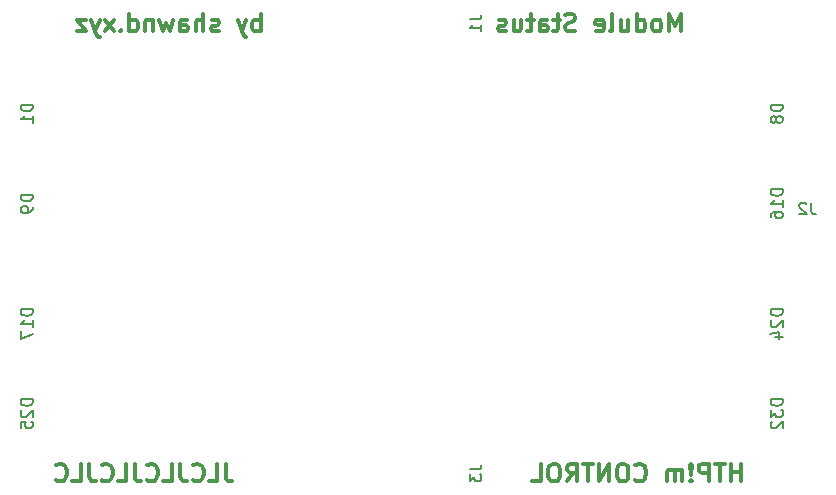
<source format=gbo>
%TF.GenerationSoftware,KiCad,Pcbnew,7.0.8*%
%TF.CreationDate,2023-10-10T01:18:49-07:00*%
%TF.ProjectId,htpm_control_module_status,6874706d-5f63-46f6-9e74-726f6c5f6d6f,1*%
%TF.SameCoordinates,Original*%
%TF.FileFunction,Legend,Bot*%
%TF.FilePolarity,Positive*%
%FSLAX46Y46*%
G04 Gerber Fmt 4.6, Leading zero omitted, Abs format (unit mm)*
G04 Created by KiCad (PCBNEW 7.0.8) date 2023-10-10 01:18:49*
%MOMM*%
%LPD*%
G01*
G04 APERTURE LIST*
%ADD10C,0.300000*%
%ADD11C,0.150000*%
G04 APERTURE END LIST*
D10*
X167085489Y-109898328D02*
X167085489Y-108398328D01*
X167085489Y-109112614D02*
X166228346Y-109112614D01*
X166228346Y-109898328D02*
X166228346Y-108398328D01*
X165728345Y-108398328D02*
X164871203Y-108398328D01*
X165299774Y-109898328D02*
X165299774Y-108398328D01*
X164371203Y-109898328D02*
X164371203Y-108398328D01*
X164371203Y-108398328D02*
X163799774Y-108398328D01*
X163799774Y-108398328D02*
X163656917Y-108469757D01*
X163656917Y-108469757D02*
X163585488Y-108541185D01*
X163585488Y-108541185D02*
X163514060Y-108684042D01*
X163514060Y-108684042D02*
X163514060Y-108898328D01*
X163514060Y-108898328D02*
X163585488Y-109041185D01*
X163585488Y-109041185D02*
X163656917Y-109112614D01*
X163656917Y-109112614D02*
X163799774Y-109184042D01*
X163799774Y-109184042D02*
X164371203Y-109184042D01*
X162871203Y-109755471D02*
X162799774Y-109826900D01*
X162799774Y-109826900D02*
X162871203Y-109898328D01*
X162871203Y-109898328D02*
X162942631Y-109826900D01*
X162942631Y-109826900D02*
X162871203Y-109755471D01*
X162871203Y-109755471D02*
X162871203Y-109898328D01*
X162871203Y-109326900D02*
X162942631Y-108469757D01*
X162942631Y-108469757D02*
X162871203Y-108398328D01*
X162871203Y-108398328D02*
X162799774Y-108469757D01*
X162799774Y-108469757D02*
X162871203Y-109326900D01*
X162871203Y-109326900D02*
X162871203Y-108398328D01*
X162156917Y-109898328D02*
X162156917Y-108898328D01*
X162156917Y-109041185D02*
X162085488Y-108969757D01*
X162085488Y-108969757D02*
X161942631Y-108898328D01*
X161942631Y-108898328D02*
X161728345Y-108898328D01*
X161728345Y-108898328D02*
X161585488Y-108969757D01*
X161585488Y-108969757D02*
X161514060Y-109112614D01*
X161514060Y-109112614D02*
X161514060Y-109898328D01*
X161514060Y-109112614D02*
X161442631Y-108969757D01*
X161442631Y-108969757D02*
X161299774Y-108898328D01*
X161299774Y-108898328D02*
X161085488Y-108898328D01*
X161085488Y-108898328D02*
X160942631Y-108969757D01*
X160942631Y-108969757D02*
X160871202Y-109112614D01*
X160871202Y-109112614D02*
X160871202Y-109898328D01*
X158156917Y-109755471D02*
X158228345Y-109826900D01*
X158228345Y-109826900D02*
X158442631Y-109898328D01*
X158442631Y-109898328D02*
X158585488Y-109898328D01*
X158585488Y-109898328D02*
X158799774Y-109826900D01*
X158799774Y-109826900D02*
X158942631Y-109684042D01*
X158942631Y-109684042D02*
X159014060Y-109541185D01*
X159014060Y-109541185D02*
X159085488Y-109255471D01*
X159085488Y-109255471D02*
X159085488Y-109041185D01*
X159085488Y-109041185D02*
X159014060Y-108755471D01*
X159014060Y-108755471D02*
X158942631Y-108612614D01*
X158942631Y-108612614D02*
X158799774Y-108469757D01*
X158799774Y-108469757D02*
X158585488Y-108398328D01*
X158585488Y-108398328D02*
X158442631Y-108398328D01*
X158442631Y-108398328D02*
X158228345Y-108469757D01*
X158228345Y-108469757D02*
X158156917Y-108541185D01*
X157228345Y-108398328D02*
X156942631Y-108398328D01*
X156942631Y-108398328D02*
X156799774Y-108469757D01*
X156799774Y-108469757D02*
X156656917Y-108612614D01*
X156656917Y-108612614D02*
X156585488Y-108898328D01*
X156585488Y-108898328D02*
X156585488Y-109398328D01*
X156585488Y-109398328D02*
X156656917Y-109684042D01*
X156656917Y-109684042D02*
X156799774Y-109826900D01*
X156799774Y-109826900D02*
X156942631Y-109898328D01*
X156942631Y-109898328D02*
X157228345Y-109898328D01*
X157228345Y-109898328D02*
X157371203Y-109826900D01*
X157371203Y-109826900D02*
X157514060Y-109684042D01*
X157514060Y-109684042D02*
X157585488Y-109398328D01*
X157585488Y-109398328D02*
X157585488Y-108898328D01*
X157585488Y-108898328D02*
X157514060Y-108612614D01*
X157514060Y-108612614D02*
X157371203Y-108469757D01*
X157371203Y-108469757D02*
X157228345Y-108398328D01*
X155942631Y-109898328D02*
X155942631Y-108398328D01*
X155942631Y-108398328D02*
X155085488Y-109898328D01*
X155085488Y-109898328D02*
X155085488Y-108398328D01*
X154585487Y-108398328D02*
X153728345Y-108398328D01*
X154156916Y-109898328D02*
X154156916Y-108398328D01*
X152371202Y-109898328D02*
X152871202Y-109184042D01*
X153228345Y-109898328D02*
X153228345Y-108398328D01*
X153228345Y-108398328D02*
X152656916Y-108398328D01*
X152656916Y-108398328D02*
X152514059Y-108469757D01*
X152514059Y-108469757D02*
X152442630Y-108541185D01*
X152442630Y-108541185D02*
X152371202Y-108684042D01*
X152371202Y-108684042D02*
X152371202Y-108898328D01*
X152371202Y-108898328D02*
X152442630Y-109041185D01*
X152442630Y-109041185D02*
X152514059Y-109112614D01*
X152514059Y-109112614D02*
X152656916Y-109184042D01*
X152656916Y-109184042D02*
X153228345Y-109184042D01*
X151442630Y-108398328D02*
X151156916Y-108398328D01*
X151156916Y-108398328D02*
X151014059Y-108469757D01*
X151014059Y-108469757D02*
X150871202Y-108612614D01*
X150871202Y-108612614D02*
X150799773Y-108898328D01*
X150799773Y-108898328D02*
X150799773Y-109398328D01*
X150799773Y-109398328D02*
X150871202Y-109684042D01*
X150871202Y-109684042D02*
X151014059Y-109826900D01*
X151014059Y-109826900D02*
X151156916Y-109898328D01*
X151156916Y-109898328D02*
X151442630Y-109898328D01*
X151442630Y-109898328D02*
X151585488Y-109826900D01*
X151585488Y-109826900D02*
X151728345Y-109684042D01*
X151728345Y-109684042D02*
X151799773Y-109398328D01*
X151799773Y-109398328D02*
X151799773Y-108898328D01*
X151799773Y-108898328D02*
X151728345Y-108612614D01*
X151728345Y-108612614D02*
X151585488Y-108469757D01*
X151585488Y-108469757D02*
X151442630Y-108398328D01*
X149442630Y-109898328D02*
X150156916Y-109898328D01*
X150156916Y-109898328D02*
X150156916Y-108398328D01*
X126445489Y-71798328D02*
X126445489Y-70298328D01*
X126445489Y-70869757D02*
X126302632Y-70798328D01*
X126302632Y-70798328D02*
X126016917Y-70798328D01*
X126016917Y-70798328D02*
X125874060Y-70869757D01*
X125874060Y-70869757D02*
X125802632Y-70941185D01*
X125802632Y-70941185D02*
X125731203Y-71084042D01*
X125731203Y-71084042D02*
X125731203Y-71512614D01*
X125731203Y-71512614D02*
X125802632Y-71655471D01*
X125802632Y-71655471D02*
X125874060Y-71726900D01*
X125874060Y-71726900D02*
X126016917Y-71798328D01*
X126016917Y-71798328D02*
X126302632Y-71798328D01*
X126302632Y-71798328D02*
X126445489Y-71726900D01*
X125231203Y-70798328D02*
X124874060Y-71798328D01*
X124516917Y-70798328D02*
X124874060Y-71798328D01*
X124874060Y-71798328D02*
X125016917Y-72155471D01*
X125016917Y-72155471D02*
X125088346Y-72226900D01*
X125088346Y-72226900D02*
X125231203Y-72298328D01*
X122874060Y-71726900D02*
X122731203Y-71798328D01*
X122731203Y-71798328D02*
X122445489Y-71798328D01*
X122445489Y-71798328D02*
X122302632Y-71726900D01*
X122302632Y-71726900D02*
X122231203Y-71584042D01*
X122231203Y-71584042D02*
X122231203Y-71512614D01*
X122231203Y-71512614D02*
X122302632Y-71369757D01*
X122302632Y-71369757D02*
X122445489Y-71298328D01*
X122445489Y-71298328D02*
X122659775Y-71298328D01*
X122659775Y-71298328D02*
X122802632Y-71226900D01*
X122802632Y-71226900D02*
X122874060Y-71084042D01*
X122874060Y-71084042D02*
X122874060Y-71012614D01*
X122874060Y-71012614D02*
X122802632Y-70869757D01*
X122802632Y-70869757D02*
X122659775Y-70798328D01*
X122659775Y-70798328D02*
X122445489Y-70798328D01*
X122445489Y-70798328D02*
X122302632Y-70869757D01*
X121588346Y-71798328D02*
X121588346Y-70298328D01*
X120945489Y-71798328D02*
X120945489Y-71012614D01*
X120945489Y-71012614D02*
X121016917Y-70869757D01*
X121016917Y-70869757D02*
X121159774Y-70798328D01*
X121159774Y-70798328D02*
X121374060Y-70798328D01*
X121374060Y-70798328D02*
X121516917Y-70869757D01*
X121516917Y-70869757D02*
X121588346Y-70941185D01*
X119588346Y-71798328D02*
X119588346Y-71012614D01*
X119588346Y-71012614D02*
X119659774Y-70869757D01*
X119659774Y-70869757D02*
X119802631Y-70798328D01*
X119802631Y-70798328D02*
X120088346Y-70798328D01*
X120088346Y-70798328D02*
X120231203Y-70869757D01*
X119588346Y-71726900D02*
X119731203Y-71798328D01*
X119731203Y-71798328D02*
X120088346Y-71798328D01*
X120088346Y-71798328D02*
X120231203Y-71726900D01*
X120231203Y-71726900D02*
X120302631Y-71584042D01*
X120302631Y-71584042D02*
X120302631Y-71441185D01*
X120302631Y-71441185D02*
X120231203Y-71298328D01*
X120231203Y-71298328D02*
X120088346Y-71226900D01*
X120088346Y-71226900D02*
X119731203Y-71226900D01*
X119731203Y-71226900D02*
X119588346Y-71155471D01*
X119016917Y-70798328D02*
X118731203Y-71798328D01*
X118731203Y-71798328D02*
X118445488Y-71084042D01*
X118445488Y-71084042D02*
X118159774Y-71798328D01*
X118159774Y-71798328D02*
X117874060Y-70798328D01*
X117302631Y-70798328D02*
X117302631Y-71798328D01*
X117302631Y-70941185D02*
X117231202Y-70869757D01*
X117231202Y-70869757D02*
X117088345Y-70798328D01*
X117088345Y-70798328D02*
X116874059Y-70798328D01*
X116874059Y-70798328D02*
X116731202Y-70869757D01*
X116731202Y-70869757D02*
X116659774Y-71012614D01*
X116659774Y-71012614D02*
X116659774Y-71798328D01*
X115302631Y-71798328D02*
X115302631Y-70298328D01*
X115302631Y-71726900D02*
X115445488Y-71798328D01*
X115445488Y-71798328D02*
X115731202Y-71798328D01*
X115731202Y-71798328D02*
X115874059Y-71726900D01*
X115874059Y-71726900D02*
X115945488Y-71655471D01*
X115945488Y-71655471D02*
X116016916Y-71512614D01*
X116016916Y-71512614D02*
X116016916Y-71084042D01*
X116016916Y-71084042D02*
X115945488Y-70941185D01*
X115945488Y-70941185D02*
X115874059Y-70869757D01*
X115874059Y-70869757D02*
X115731202Y-70798328D01*
X115731202Y-70798328D02*
X115445488Y-70798328D01*
X115445488Y-70798328D02*
X115302631Y-70869757D01*
X114588345Y-71655471D02*
X114516916Y-71726900D01*
X114516916Y-71726900D02*
X114588345Y-71798328D01*
X114588345Y-71798328D02*
X114659773Y-71726900D01*
X114659773Y-71726900D02*
X114588345Y-71655471D01*
X114588345Y-71655471D02*
X114588345Y-71798328D01*
X114016916Y-71798328D02*
X113231202Y-70798328D01*
X114016916Y-70798328D02*
X113231202Y-71798328D01*
X112802630Y-70798328D02*
X112445487Y-71798328D01*
X112088344Y-70798328D02*
X112445487Y-71798328D01*
X112445487Y-71798328D02*
X112588344Y-72155471D01*
X112588344Y-72155471D02*
X112659773Y-72226900D01*
X112659773Y-72226900D02*
X112802630Y-72298328D01*
X111659773Y-70798328D02*
X110874059Y-70798328D01*
X110874059Y-70798328D02*
X111659773Y-71798328D01*
X111659773Y-71798328D02*
X110874059Y-71798328D01*
X162005489Y-71798328D02*
X162005489Y-70298328D01*
X162005489Y-70298328D02*
X161505489Y-71369757D01*
X161505489Y-71369757D02*
X161005489Y-70298328D01*
X161005489Y-70298328D02*
X161005489Y-71798328D01*
X160076917Y-71798328D02*
X160219774Y-71726900D01*
X160219774Y-71726900D02*
X160291203Y-71655471D01*
X160291203Y-71655471D02*
X160362631Y-71512614D01*
X160362631Y-71512614D02*
X160362631Y-71084042D01*
X160362631Y-71084042D02*
X160291203Y-70941185D01*
X160291203Y-70941185D02*
X160219774Y-70869757D01*
X160219774Y-70869757D02*
X160076917Y-70798328D01*
X160076917Y-70798328D02*
X159862631Y-70798328D01*
X159862631Y-70798328D02*
X159719774Y-70869757D01*
X159719774Y-70869757D02*
X159648346Y-70941185D01*
X159648346Y-70941185D02*
X159576917Y-71084042D01*
X159576917Y-71084042D02*
X159576917Y-71512614D01*
X159576917Y-71512614D02*
X159648346Y-71655471D01*
X159648346Y-71655471D02*
X159719774Y-71726900D01*
X159719774Y-71726900D02*
X159862631Y-71798328D01*
X159862631Y-71798328D02*
X160076917Y-71798328D01*
X158291203Y-71798328D02*
X158291203Y-70298328D01*
X158291203Y-71726900D02*
X158434060Y-71798328D01*
X158434060Y-71798328D02*
X158719774Y-71798328D01*
X158719774Y-71798328D02*
X158862631Y-71726900D01*
X158862631Y-71726900D02*
X158934060Y-71655471D01*
X158934060Y-71655471D02*
X159005488Y-71512614D01*
X159005488Y-71512614D02*
X159005488Y-71084042D01*
X159005488Y-71084042D02*
X158934060Y-70941185D01*
X158934060Y-70941185D02*
X158862631Y-70869757D01*
X158862631Y-70869757D02*
X158719774Y-70798328D01*
X158719774Y-70798328D02*
X158434060Y-70798328D01*
X158434060Y-70798328D02*
X158291203Y-70869757D01*
X156934060Y-70798328D02*
X156934060Y-71798328D01*
X157576917Y-70798328D02*
X157576917Y-71584042D01*
X157576917Y-71584042D02*
X157505488Y-71726900D01*
X157505488Y-71726900D02*
X157362631Y-71798328D01*
X157362631Y-71798328D02*
X157148345Y-71798328D01*
X157148345Y-71798328D02*
X157005488Y-71726900D01*
X157005488Y-71726900D02*
X156934060Y-71655471D01*
X156005488Y-71798328D02*
X156148345Y-71726900D01*
X156148345Y-71726900D02*
X156219774Y-71584042D01*
X156219774Y-71584042D02*
X156219774Y-70298328D01*
X154862631Y-71726900D02*
X155005488Y-71798328D01*
X155005488Y-71798328D02*
X155291203Y-71798328D01*
X155291203Y-71798328D02*
X155434060Y-71726900D01*
X155434060Y-71726900D02*
X155505488Y-71584042D01*
X155505488Y-71584042D02*
X155505488Y-71012614D01*
X155505488Y-71012614D02*
X155434060Y-70869757D01*
X155434060Y-70869757D02*
X155291203Y-70798328D01*
X155291203Y-70798328D02*
X155005488Y-70798328D01*
X155005488Y-70798328D02*
X154862631Y-70869757D01*
X154862631Y-70869757D02*
X154791203Y-71012614D01*
X154791203Y-71012614D02*
X154791203Y-71155471D01*
X154791203Y-71155471D02*
X155505488Y-71298328D01*
X153076917Y-71726900D02*
X152862632Y-71798328D01*
X152862632Y-71798328D02*
X152505489Y-71798328D01*
X152505489Y-71798328D02*
X152362632Y-71726900D01*
X152362632Y-71726900D02*
X152291203Y-71655471D01*
X152291203Y-71655471D02*
X152219774Y-71512614D01*
X152219774Y-71512614D02*
X152219774Y-71369757D01*
X152219774Y-71369757D02*
X152291203Y-71226900D01*
X152291203Y-71226900D02*
X152362632Y-71155471D01*
X152362632Y-71155471D02*
X152505489Y-71084042D01*
X152505489Y-71084042D02*
X152791203Y-71012614D01*
X152791203Y-71012614D02*
X152934060Y-70941185D01*
X152934060Y-70941185D02*
X153005489Y-70869757D01*
X153005489Y-70869757D02*
X153076917Y-70726900D01*
X153076917Y-70726900D02*
X153076917Y-70584042D01*
X153076917Y-70584042D02*
X153005489Y-70441185D01*
X153005489Y-70441185D02*
X152934060Y-70369757D01*
X152934060Y-70369757D02*
X152791203Y-70298328D01*
X152791203Y-70298328D02*
X152434060Y-70298328D01*
X152434060Y-70298328D02*
X152219774Y-70369757D01*
X151791203Y-70798328D02*
X151219775Y-70798328D01*
X151576918Y-70298328D02*
X151576918Y-71584042D01*
X151576918Y-71584042D02*
X151505489Y-71726900D01*
X151505489Y-71726900D02*
X151362632Y-71798328D01*
X151362632Y-71798328D02*
X151219775Y-71798328D01*
X150076918Y-71798328D02*
X150076918Y-71012614D01*
X150076918Y-71012614D02*
X150148346Y-70869757D01*
X150148346Y-70869757D02*
X150291203Y-70798328D01*
X150291203Y-70798328D02*
X150576918Y-70798328D01*
X150576918Y-70798328D02*
X150719775Y-70869757D01*
X150076918Y-71726900D02*
X150219775Y-71798328D01*
X150219775Y-71798328D02*
X150576918Y-71798328D01*
X150576918Y-71798328D02*
X150719775Y-71726900D01*
X150719775Y-71726900D02*
X150791203Y-71584042D01*
X150791203Y-71584042D02*
X150791203Y-71441185D01*
X150791203Y-71441185D02*
X150719775Y-71298328D01*
X150719775Y-71298328D02*
X150576918Y-71226900D01*
X150576918Y-71226900D02*
X150219775Y-71226900D01*
X150219775Y-71226900D02*
X150076918Y-71155471D01*
X149576917Y-70798328D02*
X149005489Y-70798328D01*
X149362632Y-70298328D02*
X149362632Y-71584042D01*
X149362632Y-71584042D02*
X149291203Y-71726900D01*
X149291203Y-71726900D02*
X149148346Y-71798328D01*
X149148346Y-71798328D02*
X149005489Y-71798328D01*
X147862632Y-70798328D02*
X147862632Y-71798328D01*
X148505489Y-70798328D02*
X148505489Y-71584042D01*
X148505489Y-71584042D02*
X148434060Y-71726900D01*
X148434060Y-71726900D02*
X148291203Y-71798328D01*
X148291203Y-71798328D02*
X148076917Y-71798328D01*
X148076917Y-71798328D02*
X147934060Y-71726900D01*
X147934060Y-71726900D02*
X147862632Y-71655471D01*
X147219774Y-71726900D02*
X147076917Y-71798328D01*
X147076917Y-71798328D02*
X146791203Y-71798328D01*
X146791203Y-71798328D02*
X146648346Y-71726900D01*
X146648346Y-71726900D02*
X146576917Y-71584042D01*
X146576917Y-71584042D02*
X146576917Y-71512614D01*
X146576917Y-71512614D02*
X146648346Y-71369757D01*
X146648346Y-71369757D02*
X146791203Y-71298328D01*
X146791203Y-71298328D02*
X147005489Y-71298328D01*
X147005489Y-71298328D02*
X147148346Y-71226900D01*
X147148346Y-71226900D02*
X147219774Y-71084042D01*
X147219774Y-71084042D02*
X147219774Y-71012614D01*
X147219774Y-71012614D02*
X147148346Y-70869757D01*
X147148346Y-70869757D02*
X147005489Y-70798328D01*
X147005489Y-70798328D02*
X146791203Y-70798328D01*
X146791203Y-70798328D02*
X146648346Y-70869757D01*
X123476917Y-108398328D02*
X123476917Y-109469757D01*
X123476917Y-109469757D02*
X123548346Y-109684042D01*
X123548346Y-109684042D02*
X123691203Y-109826900D01*
X123691203Y-109826900D02*
X123905489Y-109898328D01*
X123905489Y-109898328D02*
X124048346Y-109898328D01*
X122048346Y-109898328D02*
X122762632Y-109898328D01*
X122762632Y-109898328D02*
X122762632Y-108398328D01*
X120691203Y-109755471D02*
X120762631Y-109826900D01*
X120762631Y-109826900D02*
X120976917Y-109898328D01*
X120976917Y-109898328D02*
X121119774Y-109898328D01*
X121119774Y-109898328D02*
X121334060Y-109826900D01*
X121334060Y-109826900D02*
X121476917Y-109684042D01*
X121476917Y-109684042D02*
X121548346Y-109541185D01*
X121548346Y-109541185D02*
X121619774Y-109255471D01*
X121619774Y-109255471D02*
X121619774Y-109041185D01*
X121619774Y-109041185D02*
X121548346Y-108755471D01*
X121548346Y-108755471D02*
X121476917Y-108612614D01*
X121476917Y-108612614D02*
X121334060Y-108469757D01*
X121334060Y-108469757D02*
X121119774Y-108398328D01*
X121119774Y-108398328D02*
X120976917Y-108398328D01*
X120976917Y-108398328D02*
X120762631Y-108469757D01*
X120762631Y-108469757D02*
X120691203Y-108541185D01*
X119619774Y-108398328D02*
X119619774Y-109469757D01*
X119619774Y-109469757D02*
X119691203Y-109684042D01*
X119691203Y-109684042D02*
X119834060Y-109826900D01*
X119834060Y-109826900D02*
X120048346Y-109898328D01*
X120048346Y-109898328D02*
X120191203Y-109898328D01*
X118191203Y-109898328D02*
X118905489Y-109898328D01*
X118905489Y-109898328D02*
X118905489Y-108398328D01*
X116834060Y-109755471D02*
X116905488Y-109826900D01*
X116905488Y-109826900D02*
X117119774Y-109898328D01*
X117119774Y-109898328D02*
X117262631Y-109898328D01*
X117262631Y-109898328D02*
X117476917Y-109826900D01*
X117476917Y-109826900D02*
X117619774Y-109684042D01*
X117619774Y-109684042D02*
X117691203Y-109541185D01*
X117691203Y-109541185D02*
X117762631Y-109255471D01*
X117762631Y-109255471D02*
X117762631Y-109041185D01*
X117762631Y-109041185D02*
X117691203Y-108755471D01*
X117691203Y-108755471D02*
X117619774Y-108612614D01*
X117619774Y-108612614D02*
X117476917Y-108469757D01*
X117476917Y-108469757D02*
X117262631Y-108398328D01*
X117262631Y-108398328D02*
X117119774Y-108398328D01*
X117119774Y-108398328D02*
X116905488Y-108469757D01*
X116905488Y-108469757D02*
X116834060Y-108541185D01*
X115762631Y-108398328D02*
X115762631Y-109469757D01*
X115762631Y-109469757D02*
X115834060Y-109684042D01*
X115834060Y-109684042D02*
X115976917Y-109826900D01*
X115976917Y-109826900D02*
X116191203Y-109898328D01*
X116191203Y-109898328D02*
X116334060Y-109898328D01*
X114334060Y-109898328D02*
X115048346Y-109898328D01*
X115048346Y-109898328D02*
X115048346Y-108398328D01*
X112976917Y-109755471D02*
X113048345Y-109826900D01*
X113048345Y-109826900D02*
X113262631Y-109898328D01*
X113262631Y-109898328D02*
X113405488Y-109898328D01*
X113405488Y-109898328D02*
X113619774Y-109826900D01*
X113619774Y-109826900D02*
X113762631Y-109684042D01*
X113762631Y-109684042D02*
X113834060Y-109541185D01*
X113834060Y-109541185D02*
X113905488Y-109255471D01*
X113905488Y-109255471D02*
X113905488Y-109041185D01*
X113905488Y-109041185D02*
X113834060Y-108755471D01*
X113834060Y-108755471D02*
X113762631Y-108612614D01*
X113762631Y-108612614D02*
X113619774Y-108469757D01*
X113619774Y-108469757D02*
X113405488Y-108398328D01*
X113405488Y-108398328D02*
X113262631Y-108398328D01*
X113262631Y-108398328D02*
X113048345Y-108469757D01*
X113048345Y-108469757D02*
X112976917Y-108541185D01*
X111905488Y-108398328D02*
X111905488Y-109469757D01*
X111905488Y-109469757D02*
X111976917Y-109684042D01*
X111976917Y-109684042D02*
X112119774Y-109826900D01*
X112119774Y-109826900D02*
X112334060Y-109898328D01*
X112334060Y-109898328D02*
X112476917Y-109898328D01*
X110476917Y-109898328D02*
X111191203Y-109898328D01*
X111191203Y-109898328D02*
X111191203Y-108398328D01*
X109119774Y-109755471D02*
X109191202Y-109826900D01*
X109191202Y-109826900D02*
X109405488Y-109898328D01*
X109405488Y-109898328D02*
X109548345Y-109898328D01*
X109548345Y-109898328D02*
X109762631Y-109826900D01*
X109762631Y-109826900D02*
X109905488Y-109684042D01*
X109905488Y-109684042D02*
X109976917Y-109541185D01*
X109976917Y-109541185D02*
X110048345Y-109255471D01*
X110048345Y-109255471D02*
X110048345Y-109041185D01*
X110048345Y-109041185D02*
X109976917Y-108755471D01*
X109976917Y-108755471D02*
X109905488Y-108612614D01*
X109905488Y-108612614D02*
X109762631Y-108469757D01*
X109762631Y-108469757D02*
X109548345Y-108398328D01*
X109548345Y-108398328D02*
X109405488Y-108398328D01*
X109405488Y-108398328D02*
X109191202Y-108469757D01*
X109191202Y-108469757D02*
X109119774Y-108541185D01*
D11*
X170634819Y-102925714D02*
X169634819Y-102925714D01*
X169634819Y-102925714D02*
X169634819Y-103163809D01*
X169634819Y-103163809D02*
X169682438Y-103306666D01*
X169682438Y-103306666D02*
X169777676Y-103401904D01*
X169777676Y-103401904D02*
X169872914Y-103449523D01*
X169872914Y-103449523D02*
X170063390Y-103497142D01*
X170063390Y-103497142D02*
X170206247Y-103497142D01*
X170206247Y-103497142D02*
X170396723Y-103449523D01*
X170396723Y-103449523D02*
X170491961Y-103401904D01*
X170491961Y-103401904D02*
X170587200Y-103306666D01*
X170587200Y-103306666D02*
X170634819Y-103163809D01*
X170634819Y-103163809D02*
X170634819Y-102925714D01*
X169634819Y-103830476D02*
X169634819Y-104449523D01*
X169634819Y-104449523D02*
X170015771Y-104116190D01*
X170015771Y-104116190D02*
X170015771Y-104259047D01*
X170015771Y-104259047D02*
X170063390Y-104354285D01*
X170063390Y-104354285D02*
X170111009Y-104401904D01*
X170111009Y-104401904D02*
X170206247Y-104449523D01*
X170206247Y-104449523D02*
X170444342Y-104449523D01*
X170444342Y-104449523D02*
X170539580Y-104401904D01*
X170539580Y-104401904D02*
X170587200Y-104354285D01*
X170587200Y-104354285D02*
X170634819Y-104259047D01*
X170634819Y-104259047D02*
X170634819Y-103973333D01*
X170634819Y-103973333D02*
X170587200Y-103878095D01*
X170587200Y-103878095D02*
X170539580Y-103830476D01*
X169730057Y-104830476D02*
X169682438Y-104878095D01*
X169682438Y-104878095D02*
X169634819Y-104973333D01*
X169634819Y-104973333D02*
X169634819Y-105211428D01*
X169634819Y-105211428D02*
X169682438Y-105306666D01*
X169682438Y-105306666D02*
X169730057Y-105354285D01*
X169730057Y-105354285D02*
X169825295Y-105401904D01*
X169825295Y-105401904D02*
X169920533Y-105401904D01*
X169920533Y-105401904D02*
X170063390Y-105354285D01*
X170063390Y-105354285D02*
X170634819Y-104782857D01*
X170634819Y-104782857D02*
X170634819Y-105401904D01*
X144134819Y-108886666D02*
X144849104Y-108886666D01*
X144849104Y-108886666D02*
X144991961Y-108839047D01*
X144991961Y-108839047D02*
X145087200Y-108743809D01*
X145087200Y-108743809D02*
X145134819Y-108600952D01*
X145134819Y-108600952D02*
X145134819Y-108505714D01*
X144134819Y-109267619D02*
X144134819Y-109886666D01*
X144134819Y-109886666D02*
X144515771Y-109553333D01*
X144515771Y-109553333D02*
X144515771Y-109696190D01*
X144515771Y-109696190D02*
X144563390Y-109791428D01*
X144563390Y-109791428D02*
X144611009Y-109839047D01*
X144611009Y-109839047D02*
X144706247Y-109886666D01*
X144706247Y-109886666D02*
X144944342Y-109886666D01*
X144944342Y-109886666D02*
X145039580Y-109839047D01*
X145039580Y-109839047D02*
X145087200Y-109791428D01*
X145087200Y-109791428D02*
X145134819Y-109696190D01*
X145134819Y-109696190D02*
X145134819Y-109410476D01*
X145134819Y-109410476D02*
X145087200Y-109315238D01*
X145087200Y-109315238D02*
X145039580Y-109267619D01*
X107134819Y-102925714D02*
X106134819Y-102925714D01*
X106134819Y-102925714D02*
X106134819Y-103163809D01*
X106134819Y-103163809D02*
X106182438Y-103306666D01*
X106182438Y-103306666D02*
X106277676Y-103401904D01*
X106277676Y-103401904D02*
X106372914Y-103449523D01*
X106372914Y-103449523D02*
X106563390Y-103497142D01*
X106563390Y-103497142D02*
X106706247Y-103497142D01*
X106706247Y-103497142D02*
X106896723Y-103449523D01*
X106896723Y-103449523D02*
X106991961Y-103401904D01*
X106991961Y-103401904D02*
X107087200Y-103306666D01*
X107087200Y-103306666D02*
X107134819Y-103163809D01*
X107134819Y-103163809D02*
X107134819Y-102925714D01*
X106230057Y-103878095D02*
X106182438Y-103925714D01*
X106182438Y-103925714D02*
X106134819Y-104020952D01*
X106134819Y-104020952D02*
X106134819Y-104259047D01*
X106134819Y-104259047D02*
X106182438Y-104354285D01*
X106182438Y-104354285D02*
X106230057Y-104401904D01*
X106230057Y-104401904D02*
X106325295Y-104449523D01*
X106325295Y-104449523D02*
X106420533Y-104449523D01*
X106420533Y-104449523D02*
X106563390Y-104401904D01*
X106563390Y-104401904D02*
X107134819Y-103830476D01*
X107134819Y-103830476D02*
X107134819Y-104449523D01*
X106134819Y-105354285D02*
X106134819Y-104878095D01*
X106134819Y-104878095D02*
X106611009Y-104830476D01*
X106611009Y-104830476D02*
X106563390Y-104878095D01*
X106563390Y-104878095D02*
X106515771Y-104973333D01*
X106515771Y-104973333D02*
X106515771Y-105211428D01*
X106515771Y-105211428D02*
X106563390Y-105306666D01*
X106563390Y-105306666D02*
X106611009Y-105354285D01*
X106611009Y-105354285D02*
X106706247Y-105401904D01*
X106706247Y-105401904D02*
X106944342Y-105401904D01*
X106944342Y-105401904D02*
X107039580Y-105354285D01*
X107039580Y-105354285D02*
X107087200Y-105306666D01*
X107087200Y-105306666D02*
X107134819Y-105211428D01*
X107134819Y-105211428D02*
X107134819Y-104973333D01*
X107134819Y-104973333D02*
X107087200Y-104878095D01*
X107087200Y-104878095D02*
X107039580Y-104830476D01*
X144134819Y-70786666D02*
X144849104Y-70786666D01*
X144849104Y-70786666D02*
X144991961Y-70739047D01*
X144991961Y-70739047D02*
X145087200Y-70643809D01*
X145087200Y-70643809D02*
X145134819Y-70500952D01*
X145134819Y-70500952D02*
X145134819Y-70405714D01*
X145134819Y-71786666D02*
X145134819Y-71215238D01*
X145134819Y-71500952D02*
X144134819Y-71500952D01*
X144134819Y-71500952D02*
X144277676Y-71405714D01*
X144277676Y-71405714D02*
X144372914Y-71310476D01*
X144372914Y-71310476D02*
X144420533Y-71215238D01*
X107134819Y-85621905D02*
X106134819Y-85621905D01*
X106134819Y-85621905D02*
X106134819Y-85860000D01*
X106134819Y-85860000D02*
X106182438Y-86002857D01*
X106182438Y-86002857D02*
X106277676Y-86098095D01*
X106277676Y-86098095D02*
X106372914Y-86145714D01*
X106372914Y-86145714D02*
X106563390Y-86193333D01*
X106563390Y-86193333D02*
X106706247Y-86193333D01*
X106706247Y-86193333D02*
X106896723Y-86145714D01*
X106896723Y-86145714D02*
X106991961Y-86098095D01*
X106991961Y-86098095D02*
X107087200Y-86002857D01*
X107087200Y-86002857D02*
X107134819Y-85860000D01*
X107134819Y-85860000D02*
X107134819Y-85621905D01*
X107134819Y-86669524D02*
X107134819Y-86860000D01*
X107134819Y-86860000D02*
X107087200Y-86955238D01*
X107087200Y-86955238D02*
X107039580Y-87002857D01*
X107039580Y-87002857D02*
X106896723Y-87098095D01*
X106896723Y-87098095D02*
X106706247Y-87145714D01*
X106706247Y-87145714D02*
X106325295Y-87145714D01*
X106325295Y-87145714D02*
X106230057Y-87098095D01*
X106230057Y-87098095D02*
X106182438Y-87050476D01*
X106182438Y-87050476D02*
X106134819Y-86955238D01*
X106134819Y-86955238D02*
X106134819Y-86764762D01*
X106134819Y-86764762D02*
X106182438Y-86669524D01*
X106182438Y-86669524D02*
X106230057Y-86621905D01*
X106230057Y-86621905D02*
X106325295Y-86574286D01*
X106325295Y-86574286D02*
X106563390Y-86574286D01*
X106563390Y-86574286D02*
X106658628Y-86621905D01*
X106658628Y-86621905D02*
X106706247Y-86669524D01*
X106706247Y-86669524D02*
X106753866Y-86764762D01*
X106753866Y-86764762D02*
X106753866Y-86955238D01*
X106753866Y-86955238D02*
X106706247Y-87050476D01*
X106706247Y-87050476D02*
X106658628Y-87098095D01*
X106658628Y-87098095D02*
X106563390Y-87145714D01*
X170634819Y-85145714D02*
X169634819Y-85145714D01*
X169634819Y-85145714D02*
X169634819Y-85383809D01*
X169634819Y-85383809D02*
X169682438Y-85526666D01*
X169682438Y-85526666D02*
X169777676Y-85621904D01*
X169777676Y-85621904D02*
X169872914Y-85669523D01*
X169872914Y-85669523D02*
X170063390Y-85717142D01*
X170063390Y-85717142D02*
X170206247Y-85717142D01*
X170206247Y-85717142D02*
X170396723Y-85669523D01*
X170396723Y-85669523D02*
X170491961Y-85621904D01*
X170491961Y-85621904D02*
X170587200Y-85526666D01*
X170587200Y-85526666D02*
X170634819Y-85383809D01*
X170634819Y-85383809D02*
X170634819Y-85145714D01*
X170634819Y-86669523D02*
X170634819Y-86098095D01*
X170634819Y-86383809D02*
X169634819Y-86383809D01*
X169634819Y-86383809D02*
X169777676Y-86288571D01*
X169777676Y-86288571D02*
X169872914Y-86193333D01*
X169872914Y-86193333D02*
X169920533Y-86098095D01*
X169634819Y-87526666D02*
X169634819Y-87336190D01*
X169634819Y-87336190D02*
X169682438Y-87240952D01*
X169682438Y-87240952D02*
X169730057Y-87193333D01*
X169730057Y-87193333D02*
X169872914Y-87098095D01*
X169872914Y-87098095D02*
X170063390Y-87050476D01*
X170063390Y-87050476D02*
X170444342Y-87050476D01*
X170444342Y-87050476D02*
X170539580Y-87098095D01*
X170539580Y-87098095D02*
X170587200Y-87145714D01*
X170587200Y-87145714D02*
X170634819Y-87240952D01*
X170634819Y-87240952D02*
X170634819Y-87431428D01*
X170634819Y-87431428D02*
X170587200Y-87526666D01*
X170587200Y-87526666D02*
X170539580Y-87574285D01*
X170539580Y-87574285D02*
X170444342Y-87621904D01*
X170444342Y-87621904D02*
X170206247Y-87621904D01*
X170206247Y-87621904D02*
X170111009Y-87574285D01*
X170111009Y-87574285D02*
X170063390Y-87526666D01*
X170063390Y-87526666D02*
X170015771Y-87431428D01*
X170015771Y-87431428D02*
X170015771Y-87240952D01*
X170015771Y-87240952D02*
X170063390Y-87145714D01*
X170063390Y-87145714D02*
X170111009Y-87098095D01*
X170111009Y-87098095D02*
X170206247Y-87050476D01*
X170634819Y-95305714D02*
X169634819Y-95305714D01*
X169634819Y-95305714D02*
X169634819Y-95543809D01*
X169634819Y-95543809D02*
X169682438Y-95686666D01*
X169682438Y-95686666D02*
X169777676Y-95781904D01*
X169777676Y-95781904D02*
X169872914Y-95829523D01*
X169872914Y-95829523D02*
X170063390Y-95877142D01*
X170063390Y-95877142D02*
X170206247Y-95877142D01*
X170206247Y-95877142D02*
X170396723Y-95829523D01*
X170396723Y-95829523D02*
X170491961Y-95781904D01*
X170491961Y-95781904D02*
X170587200Y-95686666D01*
X170587200Y-95686666D02*
X170634819Y-95543809D01*
X170634819Y-95543809D02*
X170634819Y-95305714D01*
X169730057Y-96258095D02*
X169682438Y-96305714D01*
X169682438Y-96305714D02*
X169634819Y-96400952D01*
X169634819Y-96400952D02*
X169634819Y-96639047D01*
X169634819Y-96639047D02*
X169682438Y-96734285D01*
X169682438Y-96734285D02*
X169730057Y-96781904D01*
X169730057Y-96781904D02*
X169825295Y-96829523D01*
X169825295Y-96829523D02*
X169920533Y-96829523D01*
X169920533Y-96829523D02*
X170063390Y-96781904D01*
X170063390Y-96781904D02*
X170634819Y-96210476D01*
X170634819Y-96210476D02*
X170634819Y-96829523D01*
X169968152Y-97686666D02*
X170634819Y-97686666D01*
X169587200Y-97448571D02*
X170301485Y-97210476D01*
X170301485Y-97210476D02*
X170301485Y-97829523D01*
X107134819Y-95305714D02*
X106134819Y-95305714D01*
X106134819Y-95305714D02*
X106134819Y-95543809D01*
X106134819Y-95543809D02*
X106182438Y-95686666D01*
X106182438Y-95686666D02*
X106277676Y-95781904D01*
X106277676Y-95781904D02*
X106372914Y-95829523D01*
X106372914Y-95829523D02*
X106563390Y-95877142D01*
X106563390Y-95877142D02*
X106706247Y-95877142D01*
X106706247Y-95877142D02*
X106896723Y-95829523D01*
X106896723Y-95829523D02*
X106991961Y-95781904D01*
X106991961Y-95781904D02*
X107087200Y-95686666D01*
X107087200Y-95686666D02*
X107134819Y-95543809D01*
X107134819Y-95543809D02*
X107134819Y-95305714D01*
X107134819Y-96829523D02*
X107134819Y-96258095D01*
X107134819Y-96543809D02*
X106134819Y-96543809D01*
X106134819Y-96543809D02*
X106277676Y-96448571D01*
X106277676Y-96448571D02*
X106372914Y-96353333D01*
X106372914Y-96353333D02*
X106420533Y-96258095D01*
X106134819Y-97162857D02*
X106134819Y-97829523D01*
X106134819Y-97829523D02*
X107134819Y-97400952D01*
X170634819Y-78001905D02*
X169634819Y-78001905D01*
X169634819Y-78001905D02*
X169634819Y-78240000D01*
X169634819Y-78240000D02*
X169682438Y-78382857D01*
X169682438Y-78382857D02*
X169777676Y-78478095D01*
X169777676Y-78478095D02*
X169872914Y-78525714D01*
X169872914Y-78525714D02*
X170063390Y-78573333D01*
X170063390Y-78573333D02*
X170206247Y-78573333D01*
X170206247Y-78573333D02*
X170396723Y-78525714D01*
X170396723Y-78525714D02*
X170491961Y-78478095D01*
X170491961Y-78478095D02*
X170587200Y-78382857D01*
X170587200Y-78382857D02*
X170634819Y-78240000D01*
X170634819Y-78240000D02*
X170634819Y-78001905D01*
X170063390Y-79144762D02*
X170015771Y-79049524D01*
X170015771Y-79049524D02*
X169968152Y-79001905D01*
X169968152Y-79001905D02*
X169872914Y-78954286D01*
X169872914Y-78954286D02*
X169825295Y-78954286D01*
X169825295Y-78954286D02*
X169730057Y-79001905D01*
X169730057Y-79001905D02*
X169682438Y-79049524D01*
X169682438Y-79049524D02*
X169634819Y-79144762D01*
X169634819Y-79144762D02*
X169634819Y-79335238D01*
X169634819Y-79335238D02*
X169682438Y-79430476D01*
X169682438Y-79430476D02*
X169730057Y-79478095D01*
X169730057Y-79478095D02*
X169825295Y-79525714D01*
X169825295Y-79525714D02*
X169872914Y-79525714D01*
X169872914Y-79525714D02*
X169968152Y-79478095D01*
X169968152Y-79478095D02*
X170015771Y-79430476D01*
X170015771Y-79430476D02*
X170063390Y-79335238D01*
X170063390Y-79335238D02*
X170063390Y-79144762D01*
X170063390Y-79144762D02*
X170111009Y-79049524D01*
X170111009Y-79049524D02*
X170158628Y-79001905D01*
X170158628Y-79001905D02*
X170253866Y-78954286D01*
X170253866Y-78954286D02*
X170444342Y-78954286D01*
X170444342Y-78954286D02*
X170539580Y-79001905D01*
X170539580Y-79001905D02*
X170587200Y-79049524D01*
X170587200Y-79049524D02*
X170634819Y-79144762D01*
X170634819Y-79144762D02*
X170634819Y-79335238D01*
X170634819Y-79335238D02*
X170587200Y-79430476D01*
X170587200Y-79430476D02*
X170539580Y-79478095D01*
X170539580Y-79478095D02*
X170444342Y-79525714D01*
X170444342Y-79525714D02*
X170253866Y-79525714D01*
X170253866Y-79525714D02*
X170158628Y-79478095D01*
X170158628Y-79478095D02*
X170111009Y-79430476D01*
X170111009Y-79430476D02*
X170063390Y-79335238D01*
X173053333Y-86294819D02*
X173053333Y-87009104D01*
X173053333Y-87009104D02*
X173100952Y-87151961D01*
X173100952Y-87151961D02*
X173196190Y-87247200D01*
X173196190Y-87247200D02*
X173339047Y-87294819D01*
X173339047Y-87294819D02*
X173434285Y-87294819D01*
X172624761Y-86390057D02*
X172577142Y-86342438D01*
X172577142Y-86342438D02*
X172481904Y-86294819D01*
X172481904Y-86294819D02*
X172243809Y-86294819D01*
X172243809Y-86294819D02*
X172148571Y-86342438D01*
X172148571Y-86342438D02*
X172100952Y-86390057D01*
X172100952Y-86390057D02*
X172053333Y-86485295D01*
X172053333Y-86485295D02*
X172053333Y-86580533D01*
X172053333Y-86580533D02*
X172100952Y-86723390D01*
X172100952Y-86723390D02*
X172672380Y-87294819D01*
X172672380Y-87294819D02*
X172053333Y-87294819D01*
X107134819Y-78001905D02*
X106134819Y-78001905D01*
X106134819Y-78001905D02*
X106134819Y-78240000D01*
X106134819Y-78240000D02*
X106182438Y-78382857D01*
X106182438Y-78382857D02*
X106277676Y-78478095D01*
X106277676Y-78478095D02*
X106372914Y-78525714D01*
X106372914Y-78525714D02*
X106563390Y-78573333D01*
X106563390Y-78573333D02*
X106706247Y-78573333D01*
X106706247Y-78573333D02*
X106896723Y-78525714D01*
X106896723Y-78525714D02*
X106991961Y-78478095D01*
X106991961Y-78478095D02*
X107087200Y-78382857D01*
X107087200Y-78382857D02*
X107134819Y-78240000D01*
X107134819Y-78240000D02*
X107134819Y-78001905D01*
X107134819Y-79525714D02*
X107134819Y-78954286D01*
X107134819Y-79240000D02*
X106134819Y-79240000D01*
X106134819Y-79240000D02*
X106277676Y-79144762D01*
X106277676Y-79144762D02*
X106372914Y-79049524D01*
X106372914Y-79049524D02*
X106420533Y-78954286D01*
M02*

</source>
